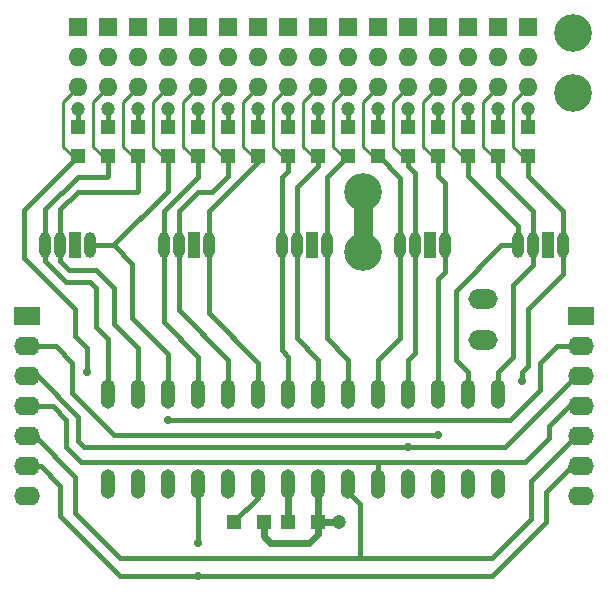
<source format=gbr>
G04 #@! TF.FileFunction,Copper,L1,Top,Signal*
%FSLAX46Y46*%
G04 Gerber Fmt 4.6, Leading zero omitted, Abs format (unit mm)*
G04 Created by KiCad (PCBNEW (2015-01-16 BZR 5376)-product) date 29.3.2015 17:27:47*
%MOMM*%
G01*
G04 APERTURE LIST*
%ADD10C,0.100000*%
%ADD11R,1.600000X1.600000*%
%ADD12O,1.600000X1.600000*%
%ADD13O,2.200000X1.600000*%
%ADD14R,2.200000X1.600000*%
%ADD15C,3.200000*%
%ADD16O,1.250000X2.500000*%
%ADD17R,1.300000X1.300000*%
%ADD18O,1.000000X2.200000*%
%ADD19R,1.000000X2.200000*%
%ADD20O,2.500000X1.700000*%
%ADD21C,1.200000*%
%ADD22C,0.700000*%
%ADD23C,0.600000*%
%ADD24C,0.400000*%
%ADD25C,1.600000*%
%ADD26C,0.250000*%
G04 APERTURE END LIST*
D10*
D11*
X248960000Y-66480000D03*
D12*
X248960000Y-69020000D03*
X248960000Y-71560000D03*
D11*
X246420000Y-66480000D03*
D12*
X246420000Y-69020000D03*
X246420000Y-71560000D03*
D11*
X243880000Y-66480000D03*
D12*
X243880000Y-69020000D03*
X243880000Y-71560000D03*
D11*
X241340000Y-66480000D03*
D12*
X241340000Y-69020000D03*
X241340000Y-71560000D03*
D11*
X238800000Y-66480000D03*
D12*
X238800000Y-69020000D03*
X238800000Y-71560000D03*
D11*
X236260000Y-66480000D03*
D12*
X236260000Y-69020000D03*
X236260000Y-71560000D03*
D11*
X233720000Y-66480000D03*
D12*
X233720000Y-69020000D03*
X233720000Y-71560000D03*
D11*
X231180000Y-66480000D03*
D12*
X231180000Y-69020000D03*
X231180000Y-71560000D03*
D11*
X228640000Y-66480000D03*
D12*
X228640000Y-69020000D03*
X228640000Y-71560000D03*
D11*
X226100000Y-66480000D03*
D12*
X226100000Y-69020000D03*
X226100000Y-71560000D03*
D11*
X223560000Y-66480000D03*
D12*
X223560000Y-69020000D03*
X223560000Y-71560000D03*
D11*
X221020000Y-66480000D03*
D12*
X221020000Y-69020000D03*
X221020000Y-71560000D03*
D11*
X218480000Y-66480000D03*
D12*
X218480000Y-69020000D03*
X218480000Y-71560000D03*
D11*
X215940000Y-66480000D03*
D12*
X215940000Y-69020000D03*
X215940000Y-71560000D03*
D11*
X213400000Y-66480000D03*
D12*
X213400000Y-69020000D03*
X213400000Y-71560000D03*
D11*
X210860000Y-66480000D03*
D12*
X210860000Y-69020000D03*
X210860000Y-71560000D03*
D13*
X253430000Y-106240000D03*
D14*
X253430000Y-91000000D03*
D13*
X253430000Y-93540000D03*
X253430000Y-96080000D03*
X253430000Y-98620000D03*
X253430000Y-101160000D03*
X253430000Y-103700000D03*
X206570000Y-106240000D03*
D14*
X206570000Y-91000000D03*
D13*
X206570000Y-93540000D03*
X206570000Y-96080000D03*
X206570000Y-98620000D03*
X206570000Y-101160000D03*
X206570000Y-103700000D03*
D15*
X235000000Y-85540000D03*
X235000000Y-80460000D03*
X252770000Y-72068000D03*
X252770000Y-66988000D03*
D16*
X246420000Y-97595000D03*
X243880000Y-97595000D03*
X241340000Y-97595000D03*
X238800000Y-97595000D03*
X236260000Y-97595000D03*
X233720000Y-97595000D03*
X231180000Y-97595000D03*
X228640000Y-97595000D03*
X226100000Y-97595000D03*
X223560000Y-97595000D03*
X221020000Y-97595000D03*
X218480000Y-97595000D03*
X215940000Y-97595000D03*
X213400000Y-97595000D03*
X213400000Y-105215000D03*
X215940000Y-105215000D03*
X218480000Y-105215000D03*
X221020000Y-105215000D03*
X223560000Y-105215000D03*
X226100000Y-105215000D03*
X228640000Y-105215000D03*
X231180000Y-105215000D03*
X233720000Y-105215000D03*
X236260000Y-105215000D03*
X238800000Y-105215000D03*
X241340000Y-105215000D03*
X243880000Y-105215000D03*
X246420000Y-105215000D03*
D17*
X226588000Y-108390000D03*
X224088000Y-108390000D03*
D18*
X209365000Y-85000000D03*
X208095000Y-85000000D03*
D19*
X210635000Y-85000000D03*
D18*
X211905000Y-85000000D03*
X219365000Y-85000000D03*
X218095000Y-85000000D03*
D19*
X220635000Y-85000000D03*
D18*
X221905000Y-85000000D03*
X229365000Y-85000000D03*
X228095000Y-85000000D03*
D19*
X230635000Y-85000000D03*
D18*
X231905000Y-85000000D03*
X239365000Y-85000000D03*
X238095000Y-85000000D03*
D19*
X240635000Y-85000000D03*
D18*
X241905000Y-85000000D03*
X249365000Y-85000000D03*
X248095000Y-85000000D03*
D19*
X250635000Y-85000000D03*
D18*
X251905000Y-85000000D03*
D17*
X210820000Y-74950000D03*
X210820000Y-77450000D03*
X213360000Y-74950000D03*
X213360000Y-77450000D03*
X215900000Y-74950000D03*
X215900000Y-77450000D03*
X218440000Y-74950000D03*
X218440000Y-77450000D03*
X220980000Y-74950000D03*
X220980000Y-77450000D03*
X223520000Y-74950000D03*
X223520000Y-77450000D03*
X226060000Y-74950000D03*
X226060000Y-77450000D03*
X228600000Y-74950000D03*
X228600000Y-77450000D03*
X231140000Y-74950000D03*
X231140000Y-77450000D03*
X233680000Y-74950000D03*
X233680000Y-77450000D03*
X236220000Y-74950000D03*
X236220000Y-77450000D03*
X238760000Y-74950000D03*
X238760000Y-77450000D03*
X241300000Y-74950000D03*
X241300000Y-77450000D03*
X243840000Y-74950000D03*
X243840000Y-77450000D03*
X246380000Y-74950000D03*
X246380000Y-77450000D03*
X248920000Y-74950000D03*
X248920000Y-77450000D03*
D20*
X245150000Y-89495000D03*
X245150000Y-92995000D03*
D17*
X228660000Y-108390000D03*
X231160000Y-108390000D03*
D21*
X248960000Y-73465000D03*
X246420000Y-73465000D03*
X243880000Y-73465000D03*
X241340000Y-73465000D03*
X238800000Y-73465000D03*
X236260000Y-73465000D03*
X233720000Y-73465000D03*
X231180000Y-73465000D03*
X228640000Y-73465000D03*
X226100000Y-73465000D03*
X223560000Y-73465000D03*
X221020000Y-73465000D03*
X218480000Y-73465000D03*
X215940000Y-73465000D03*
X213400000Y-73465000D03*
X210860000Y-73465000D03*
X232958000Y-108390000D03*
D22*
X248452000Y-96452000D03*
X211622000Y-95690000D03*
X218480000Y-99754000D03*
X221020000Y-112962000D03*
X221020000Y-110168000D03*
X238800000Y-102040000D03*
X241340000Y-101024000D03*
D23*
X228660000Y-108390000D02*
X228660000Y-105235000D01*
X228660000Y-105235000D02*
X228640000Y-105215000D01*
D24*
X248920000Y-74950000D02*
X248920000Y-73505000D01*
X248920000Y-73505000D02*
X248960000Y-73465000D01*
X246380000Y-74950000D02*
X246380000Y-73505000D01*
X246380000Y-73505000D02*
X246420000Y-73465000D01*
X243840000Y-74950000D02*
X243840000Y-73505000D01*
X243840000Y-73505000D02*
X243880000Y-73465000D01*
X241300000Y-74950000D02*
X241300000Y-73505000D01*
X241300000Y-73505000D02*
X241340000Y-73465000D01*
X238760000Y-74950000D02*
X238760000Y-73505000D01*
X238760000Y-73505000D02*
X238800000Y-73465000D01*
X236220000Y-74950000D02*
X236220000Y-73505000D01*
X236220000Y-73505000D02*
X236260000Y-73465000D01*
X233680000Y-74950000D02*
X233680000Y-73505000D01*
X233680000Y-73505000D02*
X233720000Y-73465000D01*
X231140000Y-74950000D02*
X231140000Y-73505000D01*
X231140000Y-73505000D02*
X231180000Y-73465000D01*
X228600000Y-74950000D02*
X228600000Y-73505000D01*
X228600000Y-73505000D02*
X228640000Y-73465000D01*
X226060000Y-74950000D02*
X226060000Y-73505000D01*
X226060000Y-73505000D02*
X226100000Y-73465000D01*
X223520000Y-74950000D02*
X223520000Y-73505000D01*
X223520000Y-73505000D02*
X223560000Y-73465000D01*
X220980000Y-74950000D02*
X220980000Y-73505000D01*
X220980000Y-73505000D02*
X221020000Y-73465000D01*
X218440000Y-74950000D02*
X218440000Y-73505000D01*
X218440000Y-73505000D02*
X218480000Y-73465000D01*
X215900000Y-74950000D02*
X215900000Y-73505000D01*
X215900000Y-73505000D02*
X215940000Y-73465000D01*
X210820000Y-74950000D02*
X210820000Y-73505000D01*
X213360000Y-73505000D02*
X213360000Y-74950000D01*
X213400000Y-73465000D02*
X213360000Y-73505000D01*
X210820000Y-73505000D02*
X210860000Y-73465000D01*
D23*
X231160000Y-108390000D02*
X232958000Y-108390000D01*
X226588000Y-108390000D02*
X226588000Y-109640000D01*
X231160000Y-109426000D02*
X231160000Y-108390000D01*
X230418000Y-110168000D02*
X231160000Y-109426000D01*
X227116000Y-110168000D02*
X230418000Y-110168000D01*
X226588000Y-109640000D02*
X227116000Y-110168000D01*
X231160000Y-108390000D02*
X231160000Y-105235000D01*
X231160000Y-105235000D02*
X231180000Y-105215000D01*
D25*
X235000000Y-80460000D02*
X235000000Y-85540000D01*
D24*
X248920000Y-77450000D02*
X248920000Y-79140000D01*
X251905000Y-82125000D02*
X251905000Y-85000000D01*
X248920000Y-79140000D02*
X251905000Y-82125000D01*
X248452000Y-96452000D02*
X248452000Y-95690000D01*
X248452000Y-95690000D02*
X248960000Y-95182000D01*
X248960000Y-95182000D02*
X248960000Y-90356000D01*
X248960000Y-90356000D02*
X251905000Y-87411000D01*
X251905000Y-87411000D02*
X251905000Y-85000000D01*
D26*
X248920000Y-77450000D02*
X248500000Y-77450000D01*
X248500000Y-77450000D02*
X247690000Y-76640000D01*
X247690000Y-72830000D02*
X248960000Y-71560000D01*
X247690000Y-76640000D02*
X247690000Y-72830000D01*
D24*
X246420000Y-97595000D02*
X246420000Y-95690000D01*
X249365000Y-86649000D02*
X249365000Y-85000000D01*
X247690000Y-88324000D02*
X249365000Y-86649000D01*
X247690000Y-94420000D02*
X247690000Y-88324000D01*
X246420000Y-95690000D02*
X247690000Y-94420000D01*
D26*
X246380000Y-77450000D02*
X245960000Y-77450000D01*
X245960000Y-77450000D02*
X245150000Y-76640000D01*
X245150000Y-72830000D02*
X246420000Y-71560000D01*
X245150000Y-76640000D02*
X245150000Y-72830000D01*
D24*
X246380000Y-77450000D02*
X246380000Y-79140000D01*
X246380000Y-79140000D02*
X249365000Y-82125000D01*
X249365000Y-82125000D02*
X249365000Y-85000000D01*
X243880000Y-97595000D02*
X243880000Y-95690000D01*
X246696000Y-85000000D02*
X248095000Y-85000000D01*
X242864000Y-88832000D02*
X246696000Y-85000000D01*
X242864000Y-94674000D02*
X242864000Y-88832000D01*
X243880000Y-95690000D02*
X242864000Y-94674000D01*
D26*
X243840000Y-77450000D02*
X243420000Y-77450000D01*
X243420000Y-77450000D02*
X242610000Y-76640000D01*
X242610000Y-72830000D02*
X243880000Y-71560000D01*
X242610000Y-76640000D02*
X242610000Y-72830000D01*
D24*
X243840000Y-77450000D02*
X243840000Y-79140000D01*
X243840000Y-79140000D02*
X248095000Y-83395000D01*
X248095000Y-83395000D02*
X248095000Y-85000000D01*
X241905000Y-87251000D02*
X241905000Y-85000000D01*
D26*
X241300000Y-77450000D02*
X240880000Y-77450000D01*
X240880000Y-77450000D02*
X240070000Y-76640000D01*
X240070000Y-72830000D02*
X241340000Y-71560000D01*
X240070000Y-76640000D02*
X240070000Y-72830000D01*
D24*
X241905000Y-79745000D02*
X241905000Y-85000000D01*
X241340000Y-97595000D02*
X241340000Y-87816000D01*
X241340000Y-87816000D02*
X241905000Y-87251000D01*
X241300000Y-77450000D02*
X241300000Y-79140000D01*
X241300000Y-79140000D02*
X241905000Y-79745000D01*
X238800000Y-97595000D02*
X238800000Y-94674000D01*
X239365000Y-94109000D02*
X239365000Y-85000000D01*
X238800000Y-94674000D02*
X239365000Y-94109000D01*
D26*
X238760000Y-77450000D02*
X238340000Y-77450000D01*
X238340000Y-77450000D02*
X237530000Y-76640000D01*
X237530000Y-72830000D02*
X238800000Y-71560000D01*
X237530000Y-76640000D02*
X237530000Y-72830000D01*
D24*
X238760000Y-77450000D02*
X238760000Y-78232000D01*
X239365000Y-78837000D02*
X239365000Y-85000000D01*
X238760000Y-78232000D02*
X239365000Y-78837000D01*
X236260000Y-97595000D02*
X236260000Y-94674000D01*
X238095000Y-92839000D02*
X238095000Y-85000000D01*
X236260000Y-94674000D02*
X238095000Y-92839000D01*
D26*
X236220000Y-77450000D02*
X235800000Y-77450000D01*
X235800000Y-77450000D02*
X234990000Y-76640000D01*
X234990000Y-72830000D02*
X236260000Y-71560000D01*
X234990000Y-76640000D02*
X234990000Y-72830000D01*
D24*
X236220000Y-77450000D02*
X236220000Y-77378000D01*
X236220000Y-77378000D02*
X238095000Y-79253000D01*
X238095000Y-79253000D02*
X238095000Y-85000000D01*
X233720000Y-97595000D02*
X233720000Y-94674000D01*
X231905000Y-92859000D02*
X231905000Y-85000000D01*
X233720000Y-94674000D02*
X231905000Y-92859000D01*
D26*
X233680000Y-77450000D02*
X233260000Y-77450000D01*
X233260000Y-77450000D02*
X232450000Y-76640000D01*
X232450000Y-72830000D02*
X233720000Y-71560000D01*
X232450000Y-76640000D02*
X232450000Y-72830000D01*
D24*
X233680000Y-77450000D02*
X233680000Y-77458000D01*
X233680000Y-77458000D02*
X231905000Y-79233000D01*
X231905000Y-79233000D02*
X231905000Y-85000000D01*
X231180000Y-97595000D02*
X231180000Y-94674000D01*
X229365000Y-92859000D02*
X229365000Y-85000000D01*
X231180000Y-94674000D02*
X229365000Y-92859000D01*
D26*
X231140000Y-77450000D02*
X230720000Y-77450000D01*
X230720000Y-77450000D02*
X229910000Y-76640000D01*
X229910000Y-72830000D02*
X231180000Y-71560000D01*
X229910000Y-76640000D02*
X229910000Y-72830000D01*
D24*
X231140000Y-77450000D02*
X231140000Y-78312000D01*
X231140000Y-78312000D02*
X229365000Y-80087000D01*
X229365000Y-80087000D02*
X229365000Y-85000000D01*
X228640000Y-97595000D02*
X228640000Y-94420000D01*
X228095000Y-93875000D02*
X228095000Y-85000000D01*
X228640000Y-94420000D02*
X228095000Y-93875000D01*
D26*
X228600000Y-77450000D02*
X228180000Y-77450000D01*
X228180000Y-77450000D02*
X227370000Y-76640000D01*
X227370000Y-72830000D02*
X228640000Y-71560000D01*
X227370000Y-76640000D02*
X227370000Y-72830000D01*
D24*
X228600000Y-77450000D02*
X228600000Y-78712000D01*
X228600000Y-78712000D02*
X228095000Y-79217000D01*
X228095000Y-79217000D02*
X228095000Y-85000000D01*
X226100000Y-97595000D02*
X226100000Y-94928000D01*
X221905000Y-90733000D02*
X221905000Y-85000000D01*
X226100000Y-94928000D02*
X221905000Y-90733000D01*
D26*
X226060000Y-77450000D02*
X225640000Y-77450000D01*
X225640000Y-77450000D02*
X224830000Y-76640000D01*
X224830000Y-72830000D02*
X226100000Y-71560000D01*
X224830000Y-76640000D02*
X224830000Y-72830000D01*
X226060000Y-77450000D02*
X226060000Y-77950000D01*
D24*
X226060000Y-77950000D02*
X221905000Y-82105000D01*
X221905000Y-82105000D02*
X221905000Y-85000000D01*
X223560000Y-97595000D02*
X223560000Y-94674000D01*
X219365000Y-90479000D02*
X219365000Y-85000000D01*
X223560000Y-94674000D02*
X219365000Y-90479000D01*
D26*
X223520000Y-77450000D02*
X223100000Y-77450000D01*
X223100000Y-77450000D02*
X222290000Y-76640000D01*
X222290000Y-72830000D02*
X223560000Y-71560000D01*
X222290000Y-76640000D02*
X222290000Y-72830000D01*
D24*
X223520000Y-77450000D02*
X223520000Y-79140000D01*
X223520000Y-79140000D02*
X222210000Y-80450000D01*
X222210000Y-80450000D02*
X221020000Y-80450000D01*
X221020000Y-80450000D02*
X219365000Y-82105000D01*
X219365000Y-82105000D02*
X219365000Y-85000000D01*
X221020000Y-97595000D02*
X221020000Y-94420000D01*
X218095000Y-91495000D02*
X218095000Y-85000000D01*
X221020000Y-94420000D02*
X218095000Y-91495000D01*
D26*
X220980000Y-77450000D02*
X220560000Y-77450000D01*
X220560000Y-77450000D02*
X219750000Y-76640000D01*
X219750000Y-72830000D02*
X221020000Y-71560000D01*
X219750000Y-76640000D02*
X219750000Y-72830000D01*
X220980000Y-77450000D02*
X220980000Y-77950000D01*
X220980000Y-77950000D02*
X221020000Y-77990000D01*
D24*
X221020000Y-77990000D02*
X221020000Y-79180000D01*
X218095000Y-82105000D02*
X218095000Y-85000000D01*
X221020000Y-79180000D02*
X218095000Y-82105000D01*
X218480000Y-97595000D02*
X218480000Y-94166000D01*
X218480000Y-94166000D02*
X215432000Y-91118000D01*
X215432000Y-91118000D02*
X215432000Y-86546000D01*
X215432000Y-86546000D02*
X213868000Y-84982000D01*
D26*
X218440000Y-77450000D02*
X218020000Y-77450000D01*
X218020000Y-77450000D02*
X217210000Y-76640000D01*
X217210000Y-72830000D02*
X218480000Y-71560000D01*
X217210000Y-76640000D02*
X217210000Y-72830000D01*
D24*
X218440000Y-77450000D02*
X218440000Y-80410000D01*
X218440000Y-80410000D02*
X213850000Y-85000000D01*
X213850000Y-85000000D02*
X211905000Y-85000000D01*
X215940000Y-97595000D02*
X215940000Y-93658000D01*
X209365000Y-86292000D02*
X209365000Y-85000000D01*
X215940000Y-93658000D02*
X213918628Y-91636628D01*
X213918628Y-91636628D02*
X213902785Y-88591619D01*
X213902785Y-88591619D02*
X212384020Y-87056250D01*
X212384020Y-87056250D02*
X210098225Y-87054225D01*
X210098225Y-87054225D02*
X209365000Y-86292000D01*
D26*
X215900000Y-77450000D02*
X215480000Y-77450000D01*
X215480000Y-77450000D02*
X214670000Y-76640000D01*
X214670000Y-72830000D02*
X215940000Y-71560000D01*
X214670000Y-76640000D02*
X214670000Y-72830000D01*
D24*
X215900000Y-77450000D02*
X215900000Y-80410000D01*
X215900000Y-80410000D02*
X215860000Y-80450000D01*
X215860000Y-80450000D02*
X210860000Y-80450000D01*
X210860000Y-80450000D02*
X209365000Y-81945000D01*
X209365000Y-81945000D02*
X209365000Y-85000000D01*
X213400000Y-97595000D02*
X213400000Y-92896000D01*
X208095000Y-86292000D02*
X208095000Y-85000000D01*
X213400000Y-92896000D02*
X212382404Y-91881601D01*
X212382404Y-91881601D02*
X212384000Y-88578000D01*
X212384000Y-88578000D02*
X211876000Y-88070000D01*
X211876000Y-88070000D02*
X209844000Y-88070000D01*
X209844000Y-88070000D02*
X208095000Y-86292000D01*
D26*
X213360000Y-77450000D02*
X212940000Y-77450000D01*
X212940000Y-77450000D02*
X212130000Y-76640000D01*
X212130000Y-72830000D02*
X213400000Y-71560000D01*
X212130000Y-76640000D02*
X212130000Y-72830000D01*
D24*
X213360000Y-77450000D02*
X213360000Y-79140000D01*
X213360000Y-79140000D02*
X213320000Y-79180000D01*
X213320000Y-79180000D02*
X210860000Y-79180000D01*
X210860000Y-79180000D02*
X208095000Y-81945000D01*
X208095000Y-81945000D02*
X208095000Y-85000000D01*
X206288000Y-81982000D02*
X210820000Y-77450000D01*
X206288000Y-86038000D02*
X206288000Y-81982000D01*
X210606000Y-90356000D02*
X206288000Y-86038000D01*
X210606000Y-92642000D02*
X210606000Y-90356000D01*
X211622000Y-93658000D02*
X210606000Y-92642000D01*
X211622000Y-95690000D02*
X211622000Y-93658000D01*
D26*
X210820000Y-77450000D02*
X210400000Y-77450000D01*
X210400000Y-77450000D02*
X209590000Y-76640000D01*
X209590000Y-72830000D02*
X210860000Y-71560000D01*
X209590000Y-76640000D02*
X209590000Y-72830000D01*
D24*
X224088000Y-108390000D02*
X224088000Y-108370000D01*
X224088000Y-108370000D02*
X226100000Y-106358000D01*
X226100000Y-106358000D02*
X226100000Y-105215000D01*
X251364000Y-93540000D02*
X253000000Y-93540000D01*
X249976000Y-94928000D02*
X251364000Y-93540000D01*
X249976000Y-97214000D02*
X249976000Y-94928000D01*
X247436000Y-99754000D02*
X249976000Y-97214000D01*
X218480000Y-99754000D02*
X247436000Y-99754000D01*
X221020000Y-105215000D02*
X221020000Y-110168000D01*
X209336000Y-107930000D02*
X209336000Y-105342000D01*
X209336000Y-105342000D02*
X207694000Y-103700000D01*
X207694000Y-103700000D02*
X207000000Y-103700000D01*
X253000000Y-103700000D02*
X252634000Y-103700000D01*
X252634000Y-103700000D02*
X250484000Y-105850000D01*
X250484000Y-105850000D02*
X250484000Y-108390000D01*
X250484000Y-108390000D02*
X245912000Y-112962000D01*
X245912000Y-112962000D02*
X221020000Y-112962000D01*
X221020000Y-112962000D02*
X214368000Y-112962000D01*
X214368000Y-112962000D02*
X209336000Y-107930000D01*
X233720000Y-105215000D02*
X233720000Y-105850000D01*
X233720000Y-105850000D02*
X234736000Y-106866000D01*
X234736000Y-106866000D02*
X234736000Y-111438000D01*
X207000000Y-101160000D02*
X207186000Y-101160000D01*
X207186000Y-101160000D02*
X210606000Y-104580000D01*
X210606000Y-104580000D02*
X210606000Y-107676000D01*
X210606000Y-107676000D02*
X214368000Y-111438000D01*
X214368000Y-111438000D02*
X234736000Y-111438000D01*
X234736000Y-111438000D02*
X245912000Y-111438000D01*
X245912000Y-111438000D02*
X249214000Y-108136000D01*
X249214000Y-108136000D02*
X249214000Y-104946000D01*
X249214000Y-104946000D02*
X253000000Y-101160000D01*
X236260000Y-105215000D02*
X236260000Y-103310000D01*
X253000000Y-98620000D02*
X252380000Y-98620000D01*
X252380000Y-98620000D02*
X250738000Y-100262000D01*
X250738000Y-100262000D02*
X250738000Y-101278000D01*
X250738000Y-101278000D02*
X248706000Y-103310000D01*
X248706000Y-103310000D02*
X236260000Y-103310000D01*
X236260000Y-103310000D02*
X211114000Y-103310000D01*
X211114000Y-103310000D02*
X209844000Y-102040000D01*
X209844000Y-102040000D02*
X209844000Y-99754000D01*
X209844000Y-99754000D02*
X208710000Y-98620000D01*
X208710000Y-98620000D02*
X207000000Y-98620000D01*
X207000000Y-96080000D02*
X207440000Y-96080000D01*
X207440000Y-96080000D02*
X210860000Y-99500000D01*
X210860000Y-99500000D02*
X210860000Y-101532000D01*
X210860000Y-101532000D02*
X211368000Y-102040000D01*
X211368000Y-102040000D02*
X238800000Y-102040000D01*
X238800000Y-102040000D02*
X247040000Y-102040000D01*
X247040000Y-102040000D02*
X253000000Y-96080000D01*
X207000000Y-93540000D02*
X208964000Y-93540000D01*
X213908000Y-101024000D02*
X241340000Y-101024000D01*
X210352000Y-97468000D02*
X213908000Y-101024000D01*
X210352000Y-94928000D02*
X210352000Y-97468000D01*
X208964000Y-93540000D02*
X210352000Y-94928000D01*
M02*

</source>
